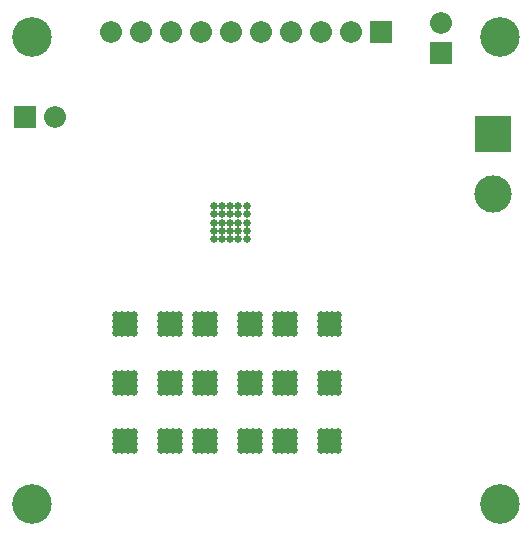
<source format=gbs>
%TF.GenerationSoftware,KiCad,Pcbnew,(5.1.4)-1*%
%TF.CreationDate,2019-08-27T06:46:52+02:00*%
%TF.ProjectId,ToF_illumination_icHaus_LED,546f465f-696c-46c7-956d-696e6174696f,1*%
%TF.SameCoordinates,Original*%
%TF.FileFunction,Soldermask,Bot*%
%TF.FilePolarity,Negative*%
%FSLAX46Y46*%
G04 Gerber Fmt 4.6, Leading zero omitted, Abs format (unit mm)*
G04 Created by KiCad (PCBNEW (5.1.4)-1) date 2019-08-27 06:46:52*
%MOMM*%
%LPD*%
G04 APERTURE LIST*
%ADD10C,0.652400*%
%ADD11C,3.352400*%
%ADD12R,3.152400X3.152400*%
%ADD13C,3.152400*%
%ADD14R,1.852400X1.852400*%
%ADD15O,1.852400X1.852400*%
G04 APERTURE END LIST*
D10*
X101937500Y-96637500D03*
X101937500Y-95237500D03*
X101937500Y-95937500D03*
X101937500Y-94537500D03*
X100537500Y-97337500D03*
X101237500Y-97337500D03*
X103337500Y-97337500D03*
X101937500Y-97337500D03*
X102637500Y-97337500D03*
X103337500Y-96637500D03*
X101237500Y-96637500D03*
X100537500Y-96637500D03*
X102637500Y-96637500D03*
X103337500Y-95237500D03*
X101237500Y-95237500D03*
X100537500Y-95237500D03*
X102637500Y-95237500D03*
X102637500Y-94537500D03*
X103337500Y-94537500D03*
X101237500Y-94537500D03*
X100537500Y-94537500D03*
X103337500Y-95937500D03*
X101237500Y-95937500D03*
X100537500Y-95937500D03*
X102637500Y-95937500D03*
D11*
X124800000Y-119800000D03*
X85200000Y-119800000D03*
X124800000Y-80200000D03*
X85200000Y-80200000D03*
D12*
X124200000Y-88400000D03*
D13*
X124200000Y-93480000D03*
D14*
X114680000Y-79800000D03*
D15*
X112140000Y-79800000D03*
X109600000Y-79800000D03*
X107060000Y-79800000D03*
X104520000Y-79800000D03*
X101980000Y-79800000D03*
X99440000Y-79800000D03*
X96900000Y-79800000D03*
X94360000Y-79800000D03*
X91820000Y-79800000D03*
X119800000Y-79060000D03*
D14*
X119800000Y-81600000D03*
X84600000Y-87000000D03*
D15*
X87140000Y-87000000D03*
D10*
X111100000Y-103750000D03*
X110600000Y-103750000D03*
X110100000Y-103750000D03*
X109600000Y-103750000D03*
X111100000Y-104250000D03*
X111100000Y-104750000D03*
X111100000Y-105250000D03*
X105800000Y-103750000D03*
X105800000Y-104250000D03*
X105800000Y-104750000D03*
X105800000Y-105250000D03*
X106300000Y-105250000D03*
X107300000Y-103750000D03*
X106800000Y-105250000D03*
X106300000Y-104750000D03*
X106300000Y-104250000D03*
X106300000Y-103750000D03*
X110600000Y-105250000D03*
X110600000Y-104750000D03*
X110600000Y-104250000D03*
X106800000Y-103750000D03*
X106800000Y-104750000D03*
X106800000Y-104250000D03*
X107300000Y-104250000D03*
X107300000Y-105250000D03*
X107300000Y-104750000D03*
X110100000Y-104750000D03*
X110100000Y-105250000D03*
X110100000Y-104250000D03*
X109600000Y-104750000D03*
X109600000Y-105250000D03*
X109600000Y-104250000D03*
X109600000Y-109300000D03*
X109600000Y-110300000D03*
X109600000Y-109800000D03*
X110100000Y-109300000D03*
X110100000Y-110300000D03*
X110100000Y-109800000D03*
X107300000Y-109800000D03*
X107300000Y-110300000D03*
X107300000Y-109300000D03*
X106800000Y-109300000D03*
X106800000Y-109800000D03*
X106800000Y-108800000D03*
X110600000Y-109300000D03*
X110600000Y-109800000D03*
X110600000Y-110300000D03*
X106300000Y-108800000D03*
X106300000Y-109300000D03*
X106300000Y-109800000D03*
X106800000Y-110300000D03*
X107300000Y-108800000D03*
X106300000Y-110300000D03*
X105800000Y-110300000D03*
X105800000Y-109800000D03*
X105800000Y-109300000D03*
X105800000Y-108800000D03*
X111100000Y-110300000D03*
X111100000Y-109800000D03*
X111100000Y-109300000D03*
X109600000Y-108800000D03*
X110100000Y-108800000D03*
X110600000Y-108800000D03*
X111100000Y-108800000D03*
X109600000Y-114200000D03*
X109600000Y-115200000D03*
X109600000Y-114700000D03*
X110100000Y-114200000D03*
X110100000Y-115200000D03*
X110100000Y-114700000D03*
X107300000Y-114700000D03*
X107300000Y-115200000D03*
X107300000Y-114200000D03*
X106800000Y-114200000D03*
X106800000Y-114700000D03*
X106800000Y-113700000D03*
X110600000Y-114200000D03*
X110600000Y-114700000D03*
X110600000Y-115200000D03*
X106300000Y-113700000D03*
X106300000Y-114200000D03*
X106300000Y-114700000D03*
X106800000Y-115200000D03*
X107300000Y-113700000D03*
X106300000Y-115200000D03*
X105800000Y-115200000D03*
X105800000Y-114700000D03*
X105800000Y-114200000D03*
X105800000Y-113700000D03*
X111100000Y-115200000D03*
X111100000Y-114700000D03*
X111100000Y-114200000D03*
X109600000Y-113700000D03*
X110100000Y-113700000D03*
X110600000Y-113700000D03*
X111100000Y-113700000D03*
X104350000Y-103750000D03*
X103850000Y-103750000D03*
X103350000Y-103750000D03*
X102850000Y-103750000D03*
X104350000Y-104250000D03*
X104350000Y-104750000D03*
X104350000Y-105250000D03*
X99050000Y-103750000D03*
X99050000Y-104250000D03*
X99050000Y-104750000D03*
X99050000Y-105250000D03*
X99550000Y-105250000D03*
X100550000Y-103750000D03*
X100050000Y-105250000D03*
X99550000Y-104750000D03*
X99550000Y-104250000D03*
X99550000Y-103750000D03*
X103850000Y-105250000D03*
X103850000Y-104750000D03*
X103850000Y-104250000D03*
X100050000Y-103750000D03*
X100050000Y-104750000D03*
X100050000Y-104250000D03*
X100550000Y-104250000D03*
X100550000Y-105250000D03*
X100550000Y-104750000D03*
X103350000Y-104750000D03*
X103350000Y-105250000D03*
X103350000Y-104250000D03*
X102850000Y-104750000D03*
X102850000Y-105250000D03*
X102850000Y-104250000D03*
X102850000Y-109300000D03*
X102850000Y-110300000D03*
X102850000Y-109800000D03*
X103350000Y-109300000D03*
X103350000Y-110300000D03*
X103350000Y-109800000D03*
X100550000Y-109800000D03*
X100550000Y-110300000D03*
X100550000Y-109300000D03*
X100050000Y-109300000D03*
X100050000Y-109800000D03*
X100050000Y-108800000D03*
X103850000Y-109300000D03*
X103850000Y-109800000D03*
X103850000Y-110300000D03*
X99550000Y-108800000D03*
X99550000Y-109300000D03*
X99550000Y-109800000D03*
X100050000Y-110300000D03*
X100550000Y-108800000D03*
X99550000Y-110300000D03*
X99050000Y-110300000D03*
X99050000Y-109800000D03*
X99050000Y-109300000D03*
X99050000Y-108800000D03*
X104350000Y-110300000D03*
X104350000Y-109800000D03*
X104350000Y-109300000D03*
X102850000Y-108800000D03*
X103350000Y-108800000D03*
X103850000Y-108800000D03*
X104350000Y-108800000D03*
X102850000Y-114200000D03*
X102850000Y-115200000D03*
X102850000Y-114700000D03*
X103350000Y-114200000D03*
X103350000Y-115200000D03*
X103350000Y-114700000D03*
X100550000Y-114700000D03*
X100550000Y-115200000D03*
X100550000Y-114200000D03*
X100050000Y-114200000D03*
X100050000Y-114700000D03*
X100050000Y-113700000D03*
X103850000Y-114200000D03*
X103850000Y-114700000D03*
X103850000Y-115200000D03*
X99550000Y-113700000D03*
X99550000Y-114200000D03*
X99550000Y-114700000D03*
X100050000Y-115200000D03*
X100550000Y-113700000D03*
X99550000Y-115200000D03*
X99050000Y-115200000D03*
X99050000Y-114700000D03*
X99050000Y-114200000D03*
X99050000Y-113700000D03*
X104350000Y-115200000D03*
X104350000Y-114700000D03*
X104350000Y-114200000D03*
X102850000Y-113700000D03*
X103350000Y-113700000D03*
X103850000Y-113700000D03*
X104350000Y-113700000D03*
X96100000Y-104250000D03*
X96100000Y-105250000D03*
X96100000Y-104750000D03*
X96600000Y-104250000D03*
X96600000Y-105250000D03*
X96600000Y-104750000D03*
X93800000Y-104750000D03*
X93800000Y-105250000D03*
X93800000Y-104250000D03*
X93300000Y-104250000D03*
X93300000Y-104750000D03*
X93300000Y-103750000D03*
X97100000Y-104250000D03*
X97100000Y-104750000D03*
X97100000Y-105250000D03*
X92800000Y-103750000D03*
X92800000Y-104250000D03*
X92800000Y-104750000D03*
X93300000Y-105250000D03*
X93800000Y-103750000D03*
X92800000Y-105250000D03*
X92300000Y-105250000D03*
X92300000Y-104750000D03*
X92300000Y-104250000D03*
X92300000Y-103750000D03*
X97600000Y-105250000D03*
X97600000Y-104750000D03*
X97600000Y-104250000D03*
X96100000Y-103750000D03*
X96600000Y-103750000D03*
X97100000Y-103750000D03*
X97600000Y-103750000D03*
X97600000Y-108800000D03*
X97100000Y-108800000D03*
X96600000Y-108800000D03*
X96100000Y-108800000D03*
X97600000Y-109300000D03*
X97600000Y-109800000D03*
X97600000Y-110300000D03*
X92300000Y-108800000D03*
X92300000Y-109300000D03*
X92300000Y-109800000D03*
X92300000Y-110300000D03*
X92800000Y-110300000D03*
X93800000Y-108800000D03*
X93300000Y-110300000D03*
X92800000Y-109800000D03*
X92800000Y-109300000D03*
X92800000Y-108800000D03*
X97100000Y-110300000D03*
X97100000Y-109800000D03*
X97100000Y-109300000D03*
X93300000Y-108800000D03*
X93300000Y-109800000D03*
X93300000Y-109300000D03*
X93800000Y-109300000D03*
X93800000Y-110300000D03*
X93800000Y-109800000D03*
X96600000Y-109800000D03*
X96600000Y-110300000D03*
X96600000Y-109300000D03*
X96100000Y-109800000D03*
X96100000Y-110300000D03*
X96100000Y-109300000D03*
X97600000Y-113700000D03*
X97100000Y-113700000D03*
X96600000Y-113700000D03*
X96100000Y-113700000D03*
X97600000Y-114200000D03*
X97600000Y-114700000D03*
X97600000Y-115200000D03*
X92300000Y-113700000D03*
X92300000Y-114200000D03*
X92300000Y-114700000D03*
X92300000Y-115200000D03*
X92800000Y-115200000D03*
X93800000Y-113700000D03*
X93300000Y-115200000D03*
X92800000Y-114700000D03*
X92800000Y-114200000D03*
X92800000Y-113700000D03*
X97100000Y-115200000D03*
X97100000Y-114700000D03*
X97100000Y-114200000D03*
X93300000Y-113700000D03*
X93300000Y-114700000D03*
X93300000Y-114200000D03*
X93800000Y-114200000D03*
X93800000Y-115200000D03*
X93800000Y-114700000D03*
X96600000Y-114700000D03*
X96600000Y-115200000D03*
X96600000Y-114200000D03*
X96100000Y-114700000D03*
X96100000Y-115200000D03*
X96100000Y-114200000D03*
M02*

</source>
